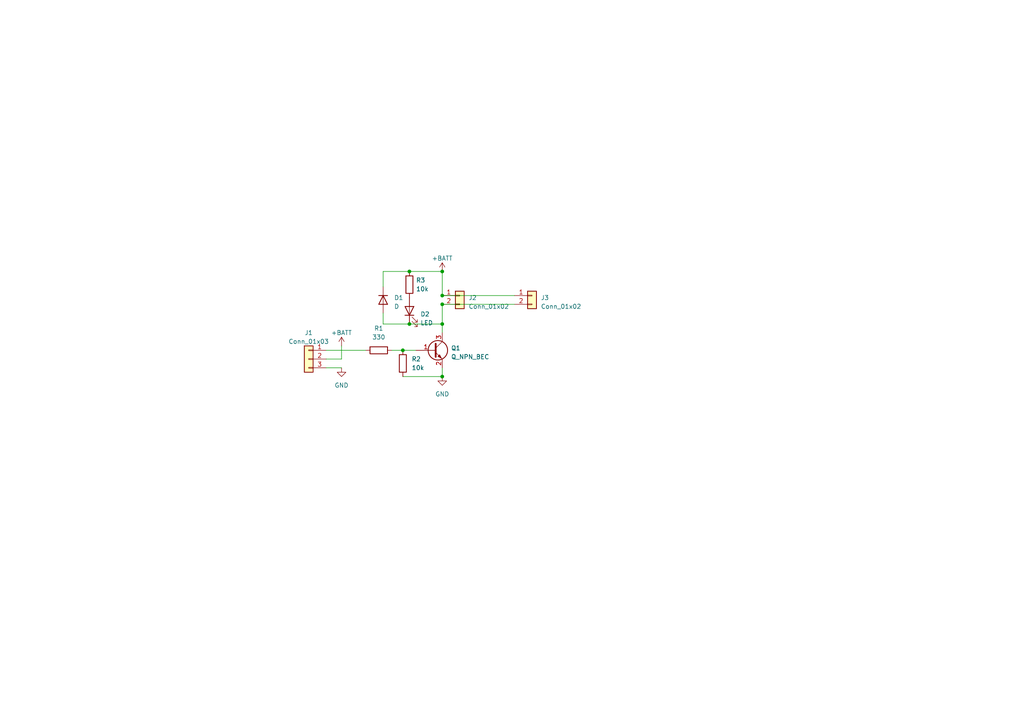
<source format=kicad_sch>
(kicad_sch (version 20231120) (generator "eeschema") (generator_version "8.0")
  (paper "A4")
  (lib_symbols
    (symbol "Connector_Generic:Conn_01x02" (pin_names (offset 1.016) hide)
      (property "Reference" "J" (at 0 2.54 0))
      (property "Value" "Conn_01x02" (at 0 -5.08 0))
      (symbol "Conn_01x02_1_1"
        (rectangle (start -1.27 -2.413) (end 0 -2.667) (stroke (width 0.1524)))
        (rectangle (start -1.27 0.127) (end 0 -0.127) (stroke (width 0.1524)))
        (rectangle (start -1.27 1.27) (end 1.27 -3.81) (stroke (width 0.254)) (fill (type background)))
        (pin passive line (at -5.08 0 0) (length 3.81) (name "Pin_1") (number "1"))
        (pin passive line (at -5.08 -2.54 0) (length 3.81) (name "Pin_2") (number "2"))
      )
    )
    (symbol "Connector_Generic:Conn_01x03" (pin_names (offset 1.016) hide)
      (property "Reference" "J" (at 0 5.08 0))
      (property "Value" "Conn_01x03" (at 0 -5.08 0))
      (symbol "Conn_01x03_1_1"
        (rectangle (start -1.27 -2.413) (end 0 -2.667) (stroke (width 0.1524)))
        (rectangle (start -1.27 0.127) (end 0 -0.127) (stroke (width 0.1524)))
        (rectangle (start -1.27 2.667) (end 0 2.413) (stroke (width 0.1524)))
        (rectangle (start -1.27 3.81) (end 1.27 -3.81) (stroke (width 0.254)) (fill (type background)))
        (pin passive line (at -5.08 2.54 0) (length 3.81) (name "Pin_1") (number "1"))
        (pin passive line (at -5.08 0 0) (length 3.81) (name "Pin_2") (number "2"))
        (pin passive line (at -5.08 -2.54 0) (length 3.81) (name "Pin_3") (number "3"))
      )
    )
    (symbol "Device:D" (pin_numbers hide) (pin_names (offset 1.016) hide)
      (property "Reference" "D" (at 0 2.54 0))
      (property "Value" "D" (at 0 -2.54 0))
      (symbol "D_0_1"
        (polyline (pts (xy -1.27 1.27) (xy -1.27 -1.27)) (stroke (width 0.254)))
        (polyline (pts (xy 1.27 0) (xy -1.27 0)))
        (polyline (pts (xy 1.27 1.27) (xy 1.27 -1.27) (xy -1.27 0) (xy 1.27 1.27)) (stroke (width 0.254)))
      )
      (symbol "D_1_1"
        (pin passive line (at -3.81 0 0) (length 2.54) (name "K") (number "1"))
        (pin passive line (at 3.81 0 180) (length 2.54) (name "A") (number "2"))
      )
    )
    (symbol "Device:LED" (pin_numbers hide) (pin_names (offset 1.016) hide)
      (property "Reference" "D" (at 0 2.54 0))
      (property "Value" "LED" (at 0 -2.54 0))
      (symbol "LED_0_1"
        (polyline (pts (xy -1.27 -1.27) (xy -1.27 1.27)) (stroke (width 0.254)))
        (polyline (pts (xy -1.27 0) (xy 1.27 0)))
        (polyline (pts (xy 1.27 -1.27) (xy 1.27 1.27) (xy -1.27 0) (xy 1.27 -1.27)) (stroke (width 0.254)))
        (polyline (pts (xy -3.048 -0.762) (xy -4.572 -2.286) (xy -3.81 -2.286) (xy -4.572 -2.286) (xy -4.572 -1.524)))
        (polyline (pts (xy -1.778 -0.762) (xy -3.302 -2.286) (xy -2.54 -2.286) (xy -3.302 -2.286) (xy -3.302 -1.524)))
      )
      (symbol "LED_1_1"
        (pin passive line (at -3.81 0 0) (length 2.54) (name "K") (number "1"))
        (pin passive line (at 3.81 0 180) (length 2.54) (name "A") (number "2"))
      )
    )
    (symbol "Device:Q_NPN_BEC" (pin_names (offset 0) hide)
      (property "Reference" "Q" (at 5.08 1.27 0))
      (property "Value" "Q_NPN_BEC" (at 5.08 -1.27 0))
      (symbol "Q_NPN_BEC_0_1"
        (polyline (pts (xy 0.635 0.635) (xy 2.54 2.54)))
        (polyline (pts (xy 0.635 -0.635) (xy 2.54 -2.54) (xy 2.54 -2.54)))
        (polyline (pts (xy 0.635 1.905) (xy 0.635 -1.905) (xy 0.635 -1.905)) (stroke (width 0.508)))
        (polyline (pts (xy 1.27 -1.778) (xy 1.778 -1.27) (xy 2.286 -2.286) (xy 1.27 -1.778) (xy 1.27 -1.778)) (fill (type outline)))
        (circle (center 1.27 0) (radius 2.8194) (stroke (width 0.254)))
      )
      (symbol "Q_NPN_BEC_1_1"
        (pin input line (at -5.08 0 0) (length 5.715) (name "B") (number "1"))
        (pin passive line (at 2.54 -5.08 90) (length 2.54) (name "E") (number "2"))
        (pin passive line (at 2.54 5.08 270) (length 2.54) (name "C") (number "3"))
      )
    )
    (symbol "Device:R" (pin_numbers hide) (pin_names (offset 0))
      (property "Reference" "R" (at 2.032 0 90))
      (property "Value" "R" (at 0 0 90))
      (symbol "R_0_1"
        (rectangle (start -1.016 -2.54) (end 1.016 2.54) (stroke (width 0.254)))
      )
      (symbol "R_1_1"
        (pin passive line (at 0 3.81 270) (length 1.27) (name "~") (number "1"))
        (pin passive line (at 0 -3.81 90) (length 1.27) (name "~") (number "2"))
      )
    )
    (symbol "power:+BATT" (power) (pin_names (offset 0))
      (property "Value" "+BATT" (at 0 3.556 0))
      (symbol "+BATT_0_1"
        (polyline (pts (xy -0.762 1.27) (xy 0 2.54)))
        (polyline (pts (xy 0 0) (xy 0 2.54)))
        (polyline (pts (xy 0 2.54) (xy 0.762 1.27)))
      )
      (symbol "+BATT_1_1"
        (pin power_in line (at 0 0 90) (length 0) hide (name "+BATT") (number "1"))
      )
    )
    (symbol "power:GND" (power) (pin_names (offset 0))
      (property "Value" "GND" (at 0 -3.81 0))
      (symbol "GND_0_1"
        (polyline (pts (xy 0 0) (xy 0 -1.27) (xy 1.27 -1.27) (xy 0 -2.54) (xy -1.27 -1.27) (xy 0 -1.27)))
      )
      (symbol "GND_1_1"
        (pin power_in line (at 0 0 270) (length 0) hide (name "GND") (number "1"))
      )
    )
  )
  (junction (at 128.27 85.725))
  (junction (at 128.27 88.265))
  (junction (at 118.745 78.74))
  (junction (at 128.27 78.74))
  (junction (at 128.27 109.22))
  (junction (at 116.84 101.6))
  (junction (at 128.27 93.98))
  (junction (at 118.745 93.98))
  (wire (pts (xy 128.27 85.725) (xy 149.225 85.725)))
  (wire (pts (xy 111.125 78.74) (xy 118.745 78.74)))
  (wire (pts (xy 116.84 109.22) (xy 128.27 109.22)))
  (wire (pts (xy 111.125 93.98) (xy 118.745 93.98)))
  (wire (pts (xy 94.615 104.14) (xy 99.06 104.14)))
  (wire (pts (xy 128.27 88.265) (xy 149.225 88.265)))
  (wire (pts (xy 128.27 78.74) (xy 128.27 85.725)))
  (wire (pts (xy 99.06 100.33) (xy 99.06 104.14)))
  (wire (pts (xy 128.27 93.98) (xy 128.27 96.52)))
  (wire (pts (xy 111.125 83.185) (xy 111.125 78.74)))
  (wire (pts (xy 128.27 106.68) (xy 128.27 109.22)))
  (wire (pts (xy 94.615 101.6) (xy 106.045 101.6)))
  (wire (pts (xy 94.615 106.68) (xy 99.06 106.68)))
  (wire (pts (xy 116.84 101.6) (xy 120.65 101.6)))
  (wire (pts (xy 111.125 90.805) (xy 111.125 93.98)))
  (wire (pts (xy 118.745 78.74) (xy 128.27 78.74)))
  (wire (pts (xy 118.745 93.98) (xy 128.27 93.98)))
  (wire (pts (xy 128.27 88.265) (xy 128.27 93.98)))
  (wire (pts (xy 113.665 101.6) (xy 116.84 101.6)))
  (symbol (lib_id "power:+BATT") (at 128.27 78.74 0) (unit 1)
    (property "Reference" "#PWR03" (effects (hide yes)))
    (property "Value" "+BATT" (at 128.27 74.93 0))
  )
  (symbol (lib_id "power:+BATT") (at 99.06 100.33 0) (unit 1)
    (property "Reference" "#PWR01" (effects (hide yes)))
    (property "Value" "+BATT" (at 99.06 96.52 0))
  )
  (symbol (lib_id "power:GND") (at 128.27 109.22 0) (unit 1)
    (property "Reference" "#PWR04" (effects (hide yes)))
    (property "Value" "GND" (at 128.27 114.3 0))
  )
  (symbol (lib_id "Device:R") (at 116.84 105.41 180) (unit 1)
    (property "Reference" "R2" (at 119.38 104.1399 0) (effects (justify right)))
    (property "Value" "10k" (at 119.38 106.6799 0) (effects (justify right)))
    (property "Footprint" "Resistor_SMD:R_0603_1608Metric_Pad0.98x0.95mm_HandSolder" (effects (hide yes)))
  )
  (symbol (lib_id "Device:R") (at 118.745 82.55 0) (unit 1)
    (property "Reference" "R3" (at 120.65 81.2799 0) (effects (justify left)))
    (property "Value" "10k" (at 120.65 83.8199 0) (effects (justify left)))
    (property "Footprint" "Resistor_SMD:R_0603_1608Metric_Pad0.98x0.95mm_HandSolder" (effects (hide yes)))
  )
  (symbol (lib_id "Device:Q_NPN_BEC") (at 125.73 101.6 0) (unit 1)
    (property "Reference" "Q1" (at 130.81 100.965 0) (effects (justify left)))
    (property "Value" "Q_NPN_BEC" (at 130.81 103.505 0) (effects (justify left)))
    (property "Footprint" "Package_TO_SOT_SMD:SC-59_Handsoldering" (effects (hide yes)))
  )
  (symbol (lib_id "Connector_Generic:Conn_01x02") (at 133.35 85.725 0) (unit 1)
    (property "Reference" "J2" (at 135.89 86.36 0) (effects (justify left)))
    (property "Value" "Conn_01x02" (at 135.89 88.9 0) (effects (justify left)))
    (property "Footprint" "Connector_JST:JST_XA_S02B-XASK-1_1x02_P2.50mm_Horizontal" (effects (hide yes)))
  )
  (symbol (lib_id "Connector_Generic:Conn_01x03") (at 89.535 104.14 0) (mirror y) (unit 1)
    (property "Reference" "J1" (at 89.535 96.52 0))
    (property "Value" "Conn_01x03" (at 89.535 99.06 0))
    (property "Footprint" "Connector_PinHeader_2.54mm:PinHeader_1x03_P2.54mm_Horizontal" (effects (hide yes)))
  )
  (symbol (lib_id "Device:D") (at 111.125 86.995 270) (unit 1)
    (property "Reference" "D1" (at 114.3 86.36 90) (effects (justify left)))
    (property "Value" "D" (at 114.3 88.9 90) (effects (justify left)))
    (property "Footprint" "Diode_SMD:D_SOD-123" (effects (hide yes)))
    (property "Sim.Device" "D" (effects (hide yes)))
    (property "Sim.Pins" "1=K 2=A" (effects (hide yes)))
  )
  (symbol (lib_id "power:GND") (at 99.06 106.68 0) (unit 1)
    (property "Reference" "#PWR02" (effects (hide yes)))
    (property "Value" "GND" (at 99.06 111.76 0))
  )
  (symbol (lib_id "Device:R") (at 109.855 101.6 90) (unit 1)
    (property "Reference" "R1" (at 109.855 95.25 90))
    (property "Value" "330" (at 109.855 97.79 90))
    (property "Footprint" "Resistor_SMD:R_0603_1608Metric_Pad0.98x0.95mm_HandSolder" (effects (hide yes)))
  )
  (symbol (lib_id "Device:LED") (at 118.745 90.17 90) (unit 1)
    (property "Reference" "D2" (at 121.92 91.1225 90) (effects (justify right)))
    (property "Value" "LED" (at 121.92 93.6625 90) (effects (justify right)))
    (property "Footprint" "LED_SMD:LED_0603_1608Metric_Pad1.05x0.95mm_HandSolder" (effects (hide yes)))
  )
  (symbol (lib_id "Connector_Generic:Conn_01x02") (at 154.305 85.725 0) (unit 1)
    (property "Reference" "J3" (at 156.845 86.36 0) (effects (justify left)))
    (property "Value" "Conn_01x02" (at 156.845 88.9 0) (effects (justify left)))
    (property "Footprint" "Connector_JST:JST_VH_S2P-VH_1x02_P3.96mm_Horizontal" (effects (hide yes)))
  )
)
</source>
